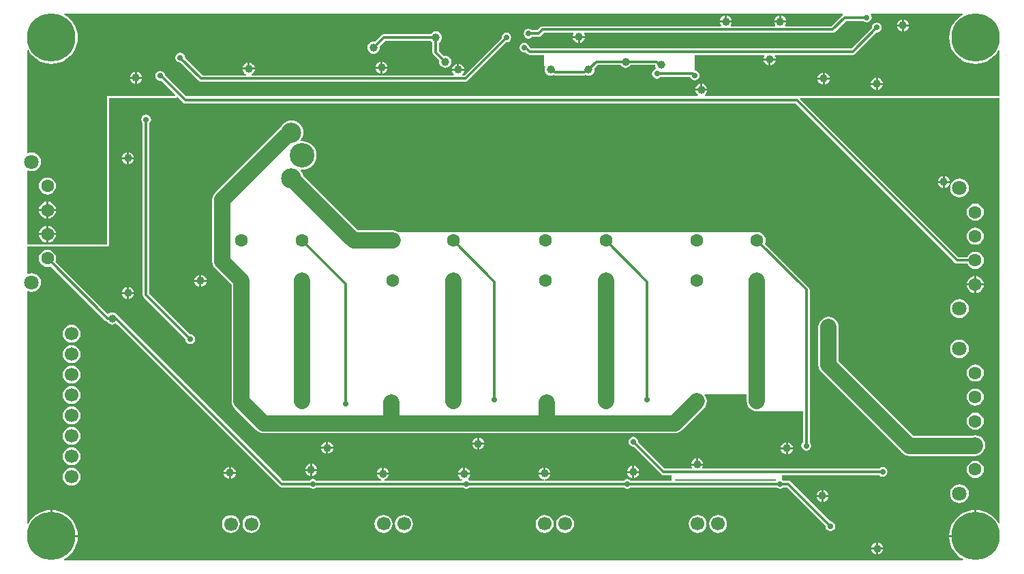
<source format=gbl>
G04*
G04 #@! TF.GenerationSoftware,Altium Limited,Altium Designer,18.1.11 (251)*
G04*
G04 Layer_Physical_Order=2*
G04 Layer_Color=16711680*
%FSLAX25Y25*%
%MOIN*%
G70*
G01*
G75*
%ADD52C,0.07874*%
%ADD53C,0.01181*%
%ADD56C,0.06693*%
%ADD57C,0.09843*%
%ADD58C,0.12008*%
%ADD59C,0.06299*%
%ADD60C,0.04331*%
%ADD61C,0.23622*%
%ADD62C,0.03937*%
%ADD63C,0.02756*%
%ADD64C,0.07087*%
G36*
X461459Y271153D02*
X459966Y270239D01*
X458433Y268929D01*
X457123Y267396D01*
X456070Y265677D01*
X455298Y263814D01*
X454827Y261853D01*
X454669Y259842D01*
X454827Y257832D01*
X455298Y255872D01*
X456070Y254009D01*
X457123Y252289D01*
X458433Y250756D01*
X459966Y249446D01*
X461686Y248393D01*
X463549Y247621D01*
X465509Y247150D01*
X467520Y246992D01*
X469530Y247150D01*
X471491Y247621D01*
X473354Y248393D01*
X475073Y249446D01*
X476607Y250756D01*
X477916Y252289D01*
X478831Y253782D01*
X479331Y253641D01*
Y231299D01*
X335314D01*
X335144Y231799D01*
X335582Y232135D01*
X336057Y232755D01*
X336357Y233477D01*
X336393Y233752D01*
X330536D01*
X330573Y233477D01*
X330872Y232755D01*
X331347Y232135D01*
X331785Y231799D01*
X331615Y231299D01*
X81460D01*
X71249Y241510D01*
X71138Y242070D01*
X70612Y242856D01*
X69826Y243382D01*
X68898Y243566D01*
X67970Y243382D01*
X67183Y242856D01*
X66658Y242070D01*
X66473Y241142D01*
X66658Y240214D01*
X67183Y239427D01*
X67970Y238902D01*
X68898Y238717D01*
X69362Y238810D01*
X76411Y231761D01*
X76220Y231299D01*
X42913D01*
X42913Y158563D01*
X3937D01*
Y194529D01*
X4353Y194807D01*
X4877Y194589D01*
X6063Y194433D01*
X7249Y194589D01*
X8354Y195047D01*
X9303Y195775D01*
X10032Y196724D01*
X10489Y197830D01*
X10645Y199016D01*
X10489Y200202D01*
X10032Y201307D01*
X9303Y202256D01*
X8354Y202984D01*
X7249Y203442D01*
X6063Y203598D01*
X4877Y203442D01*
X4353Y203225D01*
X3937Y203503D01*
Y232965D01*
Y232970D01*
Y253641D01*
X4437Y253782D01*
X5352Y252289D01*
X6661Y250756D01*
X8195Y249446D01*
X9914Y248393D01*
X11777Y247621D01*
X13738Y247150D01*
X15748Y246992D01*
X17758Y247150D01*
X19719Y247621D01*
X21582Y248393D01*
X23301Y249446D01*
X24835Y250756D01*
X26144Y252289D01*
X27198Y254009D01*
X27970Y255872D01*
X28440Y257832D01*
X28599Y259842D01*
X28440Y261853D01*
X27970Y263814D01*
X27198Y265677D01*
X26144Y267396D01*
X24835Y268929D01*
X23301Y270239D01*
X21809Y271153D01*
X21950Y271654D01*
X402663D01*
X402722Y271571D01*
X402598Y270892D01*
X402509Y270832D01*
X397078Y265401D01*
X374643D01*
X374396Y265901D01*
X374640Y266219D01*
X374939Y266942D01*
X374975Y267216D01*
X369119D01*
X369155Y266942D01*
X369454Y266219D01*
X369699Y265901D01*
X369452Y265401D01*
X348068D01*
X347821Y265901D01*
X348065Y266219D01*
X348364Y266942D01*
X348401Y267216D01*
X342544D01*
X342580Y266942D01*
X342880Y266219D01*
X343124Y265901D01*
X342877Y265401D01*
X255906D01*
X255285Y265278D01*
X254759Y264926D01*
X253265Y263433D01*
X250792D01*
X250730Y263525D01*
X249944Y264051D01*
X249016Y264236D01*
X248088Y264051D01*
X247301Y263525D01*
X246776Y262739D01*
X246591Y261811D01*
X246776Y260883D01*
X247301Y260097D01*
X248088Y259571D01*
X249016Y259386D01*
X249944Y259571D01*
X250730Y260097D01*
X250792Y260189D01*
X253937D01*
X254558Y260313D01*
X255084Y260664D01*
X256577Y262158D01*
X270812D01*
X270829Y262122D01*
X271004Y261658D01*
X270730Y260995D01*
X270694Y260720D01*
X276550D01*
X276514Y260995D01*
X276240Y261658D01*
X276415Y262122D01*
X276432Y262158D01*
X397750D01*
X398370Y262281D01*
X398897Y262633D01*
X404327Y268063D01*
X412594D01*
X412656Y267971D01*
X413442Y267445D01*
X414370Y267261D01*
X415298Y267445D01*
X416084Y267971D01*
X416610Y268757D01*
X416795Y269685D01*
X416610Y270613D01*
X416249Y271153D01*
X416516Y271654D01*
X461318D01*
X461459Y271153D01*
D02*
G37*
G36*
X80185Y227987D02*
X80711Y227636D01*
X81332Y227512D01*
X379446D01*
X457321Y149637D01*
X457847Y149286D01*
X458468Y149162D01*
X463594D01*
X463789Y148691D01*
X464454Y147824D01*
X465321Y147159D01*
X466331Y146741D01*
X467414Y146598D01*
X468497Y146741D01*
X469507Y147159D01*
X470373Y147824D01*
X471039Y148691D01*
X471457Y149701D01*
X471599Y150784D01*
X471457Y151867D01*
X471039Y152876D01*
X470373Y153743D01*
X469507Y154409D01*
X468497Y154827D01*
X467414Y154969D01*
X466331Y154827D01*
X465321Y154409D01*
X464454Y153743D01*
X463789Y152876D01*
X463594Y152406D01*
X459140D01*
X381728Y229818D01*
X381919Y230280D01*
X479331D01*
Y21950D01*
X478831Y21809D01*
X477916Y23301D01*
X476607Y24835D01*
X475073Y26144D01*
X473354Y27198D01*
X471491Y27970D01*
X469530Y28440D01*
X468020Y28559D01*
Y15748D01*
X467520D01*
Y15248D01*
X454708D01*
X454827Y13738D01*
X455298Y11777D01*
X456070Y9914D01*
X457123Y8195D01*
X458433Y6661D01*
X459966Y5352D01*
X461459Y4437D01*
X461318Y3937D01*
X21950D01*
X21809Y4437D01*
X23301Y5352D01*
X24835Y6661D01*
X26144Y8195D01*
X27198Y9914D01*
X27970Y11777D01*
X28440Y13738D01*
X28559Y15248D01*
X15748D01*
Y15748D01*
X15248D01*
Y28559D01*
X13738Y28440D01*
X11777Y27970D01*
X9914Y27198D01*
X8195Y26144D01*
X6661Y24835D01*
X5352Y23301D01*
X4437Y21809D01*
X3937Y21950D01*
Y135474D01*
X4353Y135751D01*
X4877Y135534D01*
X6063Y135378D01*
X7249Y135534D01*
X8354Y135992D01*
X9303Y136720D01*
X10032Y137669D01*
X10489Y138775D01*
X10645Y139961D01*
X10489Y141147D01*
X10032Y142252D01*
X9303Y143201D01*
X8354Y143929D01*
X7249Y144387D01*
X6063Y144543D01*
X4877Y144387D01*
X4353Y144170D01*
X3937Y144448D01*
Y157543D01*
X42913D01*
X43304Y157621D01*
X43634Y157842D01*
X43855Y158173D01*
X43933Y158563D01*
X43933Y230280D01*
X76220D01*
X76610Y230357D01*
X76941Y230578D01*
X77563Y230609D01*
X80185Y227987D01*
D02*
G37*
%LPC*%
G36*
X372547Y270645D02*
Y268216D01*
X374975D01*
X374939Y268492D01*
X374640Y269214D01*
X374164Y269834D01*
X373544Y270309D01*
X372822Y270609D01*
X372547Y270645D01*
D02*
G37*
G36*
X371547D02*
X371272Y270609D01*
X370550Y270309D01*
X369930Y269834D01*
X369454Y269214D01*
X369155Y268492D01*
X369119Y268216D01*
X371547D01*
Y270645D01*
D02*
G37*
G36*
X345972D02*
Y268216D01*
X348401D01*
X348364Y268492D01*
X348065Y269214D01*
X347590Y269834D01*
X346970Y270309D01*
X346247Y270609D01*
X345972Y270645D01*
D02*
G37*
G36*
X344972D02*
X344697Y270609D01*
X343975Y270309D01*
X343355Y269834D01*
X342880Y269214D01*
X342580Y268492D01*
X342544Y268216D01*
X344972D01*
Y270645D01*
D02*
G37*
G36*
X432587Y268676D02*
Y266248D01*
X435015D01*
X434979Y266523D01*
X434680Y267245D01*
X434204Y267865D01*
X433584Y268341D01*
X432862Y268640D01*
X432587Y268676D01*
D02*
G37*
G36*
X431587D02*
X431312Y268640D01*
X430589Y268341D01*
X429969Y267865D01*
X429494Y267245D01*
X429194Y266523D01*
X429158Y266248D01*
X431587D01*
Y268676D01*
D02*
G37*
G36*
X435015Y265248D02*
X432587D01*
Y262820D01*
X432862Y262856D01*
X433584Y263155D01*
X434204Y263631D01*
X434680Y264251D01*
X434979Y264973D01*
X435015Y265248D01*
D02*
G37*
G36*
X431587D02*
X429158D01*
X429194Y264973D01*
X429494Y264251D01*
X429969Y263631D01*
X430589Y263155D01*
X431312Y262856D01*
X431587Y262820D01*
Y265248D01*
D02*
G37*
G36*
X419291Y267188D02*
X418364Y267004D01*
X417577Y266478D01*
X417051Y265692D01*
X416867Y264764D01*
X416889Y264654D01*
X406809Y254574D01*
X250114D01*
X249398Y255290D01*
X249287Y255849D01*
X248762Y256636D01*
X247975Y257161D01*
X247047Y257346D01*
X246119Y257161D01*
X245333Y256636D01*
X244807Y255849D01*
X244623Y254921D01*
X244807Y253993D01*
X245333Y253207D01*
X246119Y252681D01*
X247047Y252497D01*
X247512Y252589D01*
X248295Y251806D01*
X248821Y251454D01*
X249442Y251331D01*
X256693D01*
Y246148D01*
X257249Y245592D01*
X256950Y244869D01*
X256848Y244094D01*
X256950Y243320D01*
X257249Y242597D01*
X257725Y241977D01*
X258346Y241501D01*
X259068Y241202D01*
X259842Y241100D01*
X260617Y241202D01*
X261142Y241420D01*
X261149Y241415D01*
X261769Y241292D01*
X276420D01*
X277040Y241415D01*
X277047Y241420D01*
X277572Y241202D01*
X278346Y241100D01*
X279121Y241202D01*
X279843Y241501D01*
X280464Y241977D01*
X280939Y242597D01*
X281239Y243320D01*
X281341Y244094D01*
X281259Y244714D01*
X282955Y246410D01*
X293959D01*
X294339Y245914D01*
X294960Y245439D01*
X295682Y245139D01*
X296457Y245037D01*
X297232Y245139D01*
X297954Y245439D01*
X298574Y245914D01*
X298954Y246410D01*
X310787D01*
X310792Y246405D01*
X310887Y245682D01*
X311187Y244960D01*
X311253Y244872D01*
X311077Y244405D01*
X310883Y244366D01*
X310097Y243840D01*
X309571Y243054D01*
X309386Y242126D01*
X309571Y241198D01*
X310097Y240412D01*
X310883Y239886D01*
X311811Y239701D01*
X312739Y239886D01*
X313525Y240412D01*
X313587Y240504D01*
X328056D01*
X328075Y240411D01*
X328601Y239624D01*
X329387Y239099D01*
X330315Y238914D01*
X331243Y239099D01*
X332029Y239624D01*
X332555Y240411D01*
X332739Y241339D01*
X332555Y242266D01*
X332029Y243053D01*
X331243Y243579D01*
X330315Y243763D01*
X330315Y244238D01*
Y251181D01*
X330377Y251331D01*
X364183D01*
X364429Y250831D01*
X364336Y250710D01*
X364037Y249988D01*
X364001Y249713D01*
X369857D01*
X369821Y249988D01*
X369522Y250710D01*
X369429Y250831D01*
X369675Y251331D01*
X407480D01*
X408101Y251454D01*
X408627Y251806D01*
X419182Y262361D01*
X419291Y262339D01*
X420219Y262524D01*
X421006Y263049D01*
X421531Y263836D01*
X421716Y264764D01*
X421531Y265692D01*
X421006Y266478D01*
X420219Y267004D01*
X419291Y267188D01*
D02*
G37*
G36*
X238189Y262267D02*
X237261Y262083D01*
X236475Y261557D01*
X235949Y260770D01*
X235764Y259842D01*
X235786Y259733D01*
X217439Y241386D01*
X216734D01*
X216564Y241885D01*
X216684Y241977D01*
X217160Y242597D01*
X217459Y243320D01*
X217495Y243595D01*
X211639D01*
X211675Y243320D01*
X211974Y242597D01*
X212450Y241977D01*
X212569Y241885D01*
X212400Y241386D01*
X113540D01*
X113441Y241885D01*
X113702Y241994D01*
X114322Y242470D01*
X114798Y243090D01*
X115097Y243812D01*
X115133Y244087D01*
X109276D01*
X109313Y243812D01*
X109612Y243090D01*
X110088Y242470D01*
X110708Y241994D01*
X110969Y241885D01*
X110869Y241386D01*
X89648D01*
X81143Y249891D01*
X81165Y250000D01*
X80980Y250928D01*
X80455Y251714D01*
X79668Y252240D01*
X78740Y252425D01*
X77812Y252240D01*
X77026Y251714D01*
X76500Y250928D01*
X76316Y250000D01*
X76500Y249072D01*
X77026Y248286D01*
X77812Y247760D01*
X78740Y247575D01*
X78850Y247597D01*
X87830Y238617D01*
X88356Y238265D01*
X88976Y238142D01*
X218110D01*
X218731Y238265D01*
X219257Y238617D01*
X238080Y257440D01*
X238189Y257418D01*
X239117Y257603D01*
X239903Y258128D01*
X240429Y258915D01*
X240614Y259842D01*
X240429Y260770D01*
X239903Y261557D01*
X239117Y262083D01*
X238189Y262267D01*
D02*
G37*
G36*
X276550Y259720D02*
X274122D01*
Y257292D01*
X274397Y257328D01*
X275119Y257628D01*
X275739Y258103D01*
X276215Y258723D01*
X276514Y259446D01*
X276550Y259720D01*
D02*
G37*
G36*
X273122D02*
X270694D01*
X270730Y259446D01*
X271029Y258723D01*
X271505Y258103D01*
X272125Y257628D01*
X272847Y257328D01*
X273122Y257292D01*
Y259720D01*
D02*
G37*
G36*
X369857Y248713D02*
X367429D01*
Y246284D01*
X367704Y246321D01*
X368426Y246620D01*
X369046Y247095D01*
X369522Y247715D01*
X369821Y248438D01*
X369857Y248713D01*
D02*
G37*
G36*
X366429D02*
X364001D01*
X364037Y248438D01*
X364336Y247715D01*
X364812Y247095D01*
X365432Y246620D01*
X366154Y246321D01*
X366429Y246284D01*
Y248713D01*
D02*
G37*
G36*
X177665Y248007D02*
Y245579D01*
X180094D01*
X180057Y245854D01*
X179758Y246576D01*
X179282Y247196D01*
X178662Y247672D01*
X177940Y247971D01*
X177665Y248007D01*
D02*
G37*
G36*
X176665D02*
X176390Y247971D01*
X175668Y247672D01*
X175048Y247196D01*
X174572Y246576D01*
X174273Y245854D01*
X174237Y245579D01*
X176665D01*
Y248007D01*
D02*
G37*
G36*
X112705Y247515D02*
Y245087D01*
X115133D01*
X115097Y245362D01*
X114798Y246084D01*
X114322Y246704D01*
X113702Y247180D01*
X112980Y247479D01*
X112705Y247515D01*
D02*
G37*
G36*
X111705D02*
X111430Y247479D01*
X110708Y247180D01*
X110088Y246704D01*
X109612Y246084D01*
X109313Y245362D01*
X109276Y245087D01*
X111705D01*
Y247515D01*
D02*
G37*
G36*
X203689Y262881D02*
X202914Y262779D01*
X202191Y262480D01*
X201571Y262004D01*
X201191Y261508D01*
X178194D01*
X177573Y261385D01*
X177047Y261034D01*
X173847Y257834D01*
X173228Y257915D01*
X172453Y257813D01*
X171731Y257514D01*
X171111Y257038D01*
X170635Y256418D01*
X170336Y255696D01*
X170234Y254921D01*
X170336Y254146D01*
X170635Y253424D01*
X171111Y252804D01*
X171731Y252328D01*
X172453Y252029D01*
X173228Y251927D01*
X174003Y252029D01*
X174725Y252328D01*
X175346Y252804D01*
X175821Y253424D01*
X176120Y254146D01*
X176223Y254921D01*
X176141Y255540D01*
X178866Y258265D01*
X201191D01*
X201571Y257770D01*
X202067Y257389D01*
Y252611D01*
X202190Y251990D01*
X202542Y251464D01*
X205355Y248651D01*
X205274Y248031D01*
X205376Y247257D01*
X205675Y246534D01*
X206151Y245914D01*
X206771Y245439D01*
X207493Y245139D01*
X208268Y245037D01*
X209043Y245139D01*
X209765Y245439D01*
X210385Y245914D01*
X210861Y246534D01*
X211160Y247257D01*
X211262Y248031D01*
X211160Y248806D01*
X210861Y249529D01*
X210385Y250149D01*
X209765Y250624D01*
X209043Y250924D01*
X208268Y251026D01*
X207648Y250944D01*
X205310Y253282D01*
Y257389D01*
X205806Y257770D01*
X206281Y258390D01*
X206581Y259112D01*
X206683Y259887D01*
X206581Y260662D01*
X206281Y261384D01*
X205806Y262004D01*
X205186Y262480D01*
X204463Y262779D01*
X203689Y262881D01*
D02*
G37*
G36*
X215067Y247023D02*
Y244595D01*
X217495D01*
X217459Y244869D01*
X217160Y245592D01*
X216684Y246212D01*
X216064Y246688D01*
X215342Y246987D01*
X215067Y247023D01*
D02*
G37*
G36*
X214067D02*
X213792Y246987D01*
X213070Y246688D01*
X212450Y246212D01*
X211974Y245592D01*
X211675Y244869D01*
X211639Y244595D01*
X214067D01*
Y247023D01*
D02*
G37*
G36*
X180094Y244579D02*
X177665D01*
Y242150D01*
X177940Y242187D01*
X178662Y242486D01*
X179282Y242962D01*
X179758Y243582D01*
X180057Y244304D01*
X180094Y244579D01*
D02*
G37*
G36*
X176665D02*
X174237D01*
X174273Y244304D01*
X174572Y243582D01*
X175048Y242962D01*
X175668Y242486D01*
X176390Y242187D01*
X176665Y242150D01*
Y244579D01*
D02*
G37*
G36*
X57587Y243086D02*
Y240657D01*
X60015D01*
X59979Y240932D01*
X59680Y241654D01*
X59204Y242275D01*
X58584Y242751D01*
X57862Y243050D01*
X57587Y243086D01*
D02*
G37*
G36*
X56587D02*
X56312Y243050D01*
X55589Y242751D01*
X54969Y242275D01*
X54494Y241654D01*
X54194Y240932D01*
X54158Y240657D01*
X56587D01*
Y243086D01*
D02*
G37*
G36*
X393807Y242692D02*
Y240264D01*
X396235D01*
X396199Y240539D01*
X395900Y241261D01*
X395424Y241881D01*
X394804Y242357D01*
X394082Y242656D01*
X393807Y242692D01*
D02*
G37*
G36*
X392807D02*
X392532Y242656D01*
X391810Y242357D01*
X391190Y241881D01*
X390714Y241261D01*
X390415Y240539D01*
X390379Y240264D01*
X392807D01*
Y242692D01*
D02*
G37*
G36*
X419791Y240133D02*
Y237705D01*
X422220D01*
X422183Y237980D01*
X421884Y238702D01*
X421409Y239322D01*
X420788Y239798D01*
X420066Y240097D01*
X419791Y240133D01*
D02*
G37*
G36*
X418791D02*
X418516Y240097D01*
X417794Y239798D01*
X417174Y239322D01*
X416698Y238702D01*
X416399Y237980D01*
X416363Y237705D01*
X418791D01*
Y240133D01*
D02*
G37*
G36*
X60015Y239657D02*
X57587D01*
Y237229D01*
X57862Y237265D01*
X58584Y237564D01*
X59204Y238040D01*
X59680Y238660D01*
X59979Y239383D01*
X60015Y239657D01*
D02*
G37*
G36*
X56587D02*
X54158D01*
X54194Y239383D01*
X54494Y238660D01*
X54969Y238040D01*
X55589Y237564D01*
X56312Y237265D01*
X56587Y237229D01*
Y239657D01*
D02*
G37*
G36*
X396235Y239264D02*
X393807D01*
Y236836D01*
X394082Y236872D01*
X394804Y237171D01*
X395424Y237647D01*
X395900Y238267D01*
X396199Y238989D01*
X396235Y239264D01*
D02*
G37*
G36*
X392807D02*
X390379D01*
X390415Y238989D01*
X390714Y238267D01*
X391190Y237647D01*
X391810Y237171D01*
X392532Y236872D01*
X392807Y236836D01*
Y239264D01*
D02*
G37*
G36*
X333965Y237180D02*
Y234752D01*
X336393D01*
X336357Y235027D01*
X336057Y235749D01*
X335582Y236369D01*
X334962Y236845D01*
X334240Y237144D01*
X333965Y237180D01*
D02*
G37*
G36*
X332965D02*
X332690Y237144D01*
X331967Y236845D01*
X331347Y236369D01*
X330872Y235749D01*
X330573Y235027D01*
X330536Y234752D01*
X332965D01*
Y237180D01*
D02*
G37*
G36*
X422220Y236705D02*
X419791D01*
Y234276D01*
X420066Y234313D01*
X420788Y234612D01*
X421409Y235088D01*
X421884Y235708D01*
X422183Y236430D01*
X422220Y236705D01*
D02*
G37*
G36*
X418791D02*
X416363D01*
X416399Y236430D01*
X416698Y235708D01*
X417174Y235088D01*
X417794Y234612D01*
X418516Y234313D01*
X418791Y234276D01*
Y236705D01*
D02*
G37*
G36*
X13780Y191390D02*
X12696Y191247D01*
X11687Y190829D01*
X10820Y190164D01*
X10155Y189297D01*
X9737Y188288D01*
X9594Y187205D01*
X9737Y186121D01*
X10155Y185112D01*
X10820Y184245D01*
X11687Y183580D01*
X12696Y183162D01*
X13780Y183019D01*
X14863Y183162D01*
X15872Y183580D01*
X16739Y184245D01*
X17404Y185112D01*
X17822Y186121D01*
X17965Y187205D01*
X17822Y188288D01*
X17404Y189297D01*
X16739Y190164D01*
X15872Y190829D01*
X14863Y191247D01*
X13780Y191390D01*
D02*
G37*
G36*
X14279Y179513D02*
Y175894D01*
X17899D01*
X17822Y176477D01*
X17404Y177486D01*
X16739Y178353D01*
X15872Y179018D01*
X14863Y179437D01*
X14279Y179513D01*
D02*
G37*
G36*
X13280D02*
X12696Y179437D01*
X11687Y179018D01*
X10820Y178353D01*
X10155Y177486D01*
X9737Y176477D01*
X9660Y175894D01*
X13280D01*
Y179513D01*
D02*
G37*
G36*
X17899Y174894D02*
X14279D01*
Y171274D01*
X14863Y171351D01*
X15872Y171769D01*
X16739Y172434D01*
X17404Y173301D01*
X17822Y174310D01*
X17899Y174894D01*
D02*
G37*
G36*
X13280D02*
X9660D01*
X9737Y174310D01*
X10155Y173301D01*
X10820Y172434D01*
X11687Y171769D01*
X12696Y171351D01*
X13280Y171274D01*
Y174894D01*
D02*
G37*
G36*
X14279Y167702D02*
Y164083D01*
X17899D01*
X17822Y164666D01*
X17404Y165675D01*
X16739Y166542D01*
X15872Y167207D01*
X14863Y167625D01*
X14279Y167702D01*
D02*
G37*
G36*
X13280Y167702D02*
X12696Y167625D01*
X11687Y167207D01*
X10820Y166542D01*
X10155Y165675D01*
X9737Y164666D01*
X9660Y164083D01*
X13280D01*
Y167702D01*
D02*
G37*
G36*
Y163083D02*
X9660D01*
X9737Y162499D01*
X10155Y161490D01*
X10820Y160623D01*
X11687Y159958D01*
X12696Y159540D01*
X13280Y159463D01*
Y163083D01*
D02*
G37*
G36*
X17899D02*
X14279D01*
Y159463D01*
X14863Y159540D01*
X15872Y159958D01*
X16739Y160623D01*
X17404Y161490D01*
X17822Y162499D01*
X17899Y163083D01*
D02*
G37*
G36*
X53650Y203716D02*
Y201287D01*
X56078D01*
X56042Y201562D01*
X55743Y202285D01*
X55267Y202905D01*
X54647Y203380D01*
X53925Y203679D01*
X53650Y203716D01*
D02*
G37*
G36*
X52650D02*
X52375Y203679D01*
X51652Y203380D01*
X51033Y202905D01*
X50557Y202285D01*
X50257Y201562D01*
X50221Y201287D01*
X52650D01*
Y203716D01*
D02*
G37*
G36*
X56078Y200287D02*
X53650D01*
Y197859D01*
X53925Y197895D01*
X54647Y198194D01*
X55267Y198670D01*
X55743Y199290D01*
X56042Y200012D01*
X56078Y200287D01*
D02*
G37*
G36*
X52650D02*
X50221D01*
X50257Y200012D01*
X50557Y199290D01*
X51033Y198670D01*
X51652Y198194D01*
X52375Y197895D01*
X52650Y197859D01*
Y200287D01*
D02*
G37*
G36*
X133071Y219336D02*
X131910Y219221D01*
X130794Y218883D01*
X129765Y218333D01*
X128864Y217593D01*
X128124Y216691D01*
X127638Y215782D01*
X95790Y183934D01*
X94999Y182903D01*
X94501Y181702D01*
X94331Y180413D01*
X94331Y180413D01*
Y150295D01*
X94331Y150295D01*
X94501Y149006D01*
X94999Y147806D01*
X95790Y146774D01*
X103780Y138784D01*
Y81791D01*
X103780Y81791D01*
X103950Y80502D01*
X104447Y79302D01*
X105239Y78270D01*
X115967Y67542D01*
X115967Y67542D01*
X116998Y66751D01*
X118199Y66253D01*
X119488Y66083D01*
X119488Y66083D01*
X320472D01*
X320472Y66083D01*
X321761Y66253D01*
X322962Y66751D01*
X323994Y67542D01*
X334722Y78270D01*
X335513Y79302D01*
X336011Y80502D01*
X336180Y81791D01*
X336011Y83080D01*
X335513Y84281D01*
X335066Y84864D01*
X335287Y85312D01*
X355749D01*
Y81791D01*
X355918Y80502D01*
X356416Y79302D01*
X357207Y78270D01*
X358239Y77479D01*
X359439Y76981D01*
X360728Y76812D01*
X362017Y76981D01*
X362433Y77153D01*
X362791Y76812D01*
X362791Y76812D01*
X383221D01*
Y61816D01*
X383128Y61754D01*
X382603Y60967D01*
X382418Y60039D01*
X382603Y59111D01*
X383128Y58325D01*
X383915Y57799D01*
X384842Y57615D01*
X385770Y57799D01*
X386557Y58325D01*
X387083Y59111D01*
X387267Y60039D01*
X387083Y60967D01*
X386557Y61754D01*
X386464Y61816D01*
Y136417D01*
X386341Y137038D01*
X385989Y137564D01*
X364576Y158977D01*
X364771Y159448D01*
X364914Y160531D01*
X364771Y161615D01*
X364353Y162624D01*
X363688Y163491D01*
X362821Y164156D01*
X361812Y164574D01*
X360728Y164717D01*
X286910D01*
X286910Y164717D01*
X286909Y164717D01*
X257382D01*
X257382Y164717D01*
X257382Y164717D01*
X185234D01*
X185069Y164844D01*
X183868Y165341D01*
X182579Y165511D01*
X165547D01*
X138886Y192172D01*
X138568Y193222D01*
X138018Y194251D01*
X137655Y194693D01*
X137910Y195170D01*
X138347Y195127D01*
X139719Y195263D01*
X141040Y195663D01*
X142256Y196314D01*
X143323Y197189D01*
X144198Y198255D01*
X144849Y199472D01*
X145249Y200792D01*
X145384Y202165D01*
X145249Y203538D01*
X144849Y204859D01*
X144198Y206075D01*
X143323Y207142D01*
X142256Y208017D01*
X141040Y208667D01*
X139719Y209068D01*
X138347Y209203D01*
X137910Y209160D01*
X137655Y209637D01*
X138018Y210080D01*
X138568Y211109D01*
X138906Y212225D01*
X139021Y213386D01*
X138906Y214547D01*
X138568Y215663D01*
X138018Y216691D01*
X137278Y217593D01*
X136377Y218333D01*
X135348Y218883D01*
X134232Y219221D01*
X133071Y219336D01*
D02*
G37*
G36*
X452527Y192085D02*
Y189656D01*
X454956D01*
X454919Y189931D01*
X454620Y190653D01*
X454144Y191273D01*
X453524Y191749D01*
X452802Y192048D01*
X452527Y192085D01*
D02*
G37*
G36*
X451527D02*
X451252Y192048D01*
X450530Y191749D01*
X449910Y191273D01*
X449434Y190653D01*
X449135Y189931D01*
X449099Y189656D01*
X451527D01*
Y192085D01*
D02*
G37*
G36*
X454956Y188656D02*
X452527D01*
Y186228D01*
X452802Y186264D01*
X453524Y186563D01*
X454144Y187039D01*
X454620Y187659D01*
X454919Y188381D01*
X454956Y188656D01*
D02*
G37*
G36*
X451527D02*
X449099D01*
X449135Y188381D01*
X449434Y187659D01*
X449910Y187039D01*
X450530Y186563D01*
X451252Y186264D01*
X451527Y186228D01*
Y188656D01*
D02*
G37*
G36*
X459697Y190799D02*
X458511Y190643D01*
X457406Y190185D01*
X456457Y189457D01*
X455729Y188508D01*
X455271Y187403D01*
X455115Y186217D01*
X455271Y185031D01*
X455729Y183926D01*
X456457Y182977D01*
X457406Y182248D01*
X458511Y181790D01*
X459697Y181634D01*
X460883Y181790D01*
X461989Y182248D01*
X462938Y182977D01*
X463666Y183926D01*
X464124Y185031D01*
X464280Y186217D01*
X464124Y187403D01*
X463666Y188508D01*
X462938Y189457D01*
X461989Y190185D01*
X460883Y190643D01*
X459697Y190799D01*
D02*
G37*
G36*
X467414Y178591D02*
X466331Y178449D01*
X465321Y178031D01*
X464454Y177365D01*
X463789Y176499D01*
X463371Y175489D01*
X463229Y174406D01*
X463371Y173323D01*
X463789Y172313D01*
X464454Y171446D01*
X465321Y170781D01*
X466331Y170363D01*
X467414Y170220D01*
X468497Y170363D01*
X469507Y170781D01*
X470373Y171446D01*
X471039Y172313D01*
X471457Y173323D01*
X471599Y174406D01*
X471457Y175489D01*
X471039Y176499D01*
X470373Y177365D01*
X469507Y178031D01*
X468497Y178449D01*
X467414Y178591D01*
D02*
G37*
G36*
Y166780D02*
X466331Y166638D01*
X465321Y166219D01*
X464454Y165554D01*
X463789Y164688D01*
X463371Y163678D01*
X463229Y162595D01*
X463371Y161512D01*
X463789Y160502D01*
X464454Y159635D01*
X465321Y158970D01*
X466331Y158552D01*
X467414Y158409D01*
X468497Y158552D01*
X469507Y158970D01*
X470373Y159635D01*
X471039Y160502D01*
X471457Y161512D01*
X471599Y162595D01*
X471457Y163678D01*
X471039Y164688D01*
X470373Y165554D01*
X469507Y166219D01*
X468497Y166638D01*
X467414Y166780D01*
D02*
G37*
G36*
X89083Y143676D02*
Y141248D01*
X91511D01*
X91475Y141523D01*
X91176Y142245D01*
X90700Y142865D01*
X90080Y143341D01*
X89358Y143640D01*
X89083Y143676D01*
D02*
G37*
G36*
X88083D02*
X87808Y143640D01*
X87086Y143341D01*
X86466Y142865D01*
X85990Y142245D01*
X85691Y141523D01*
X85654Y141248D01*
X88083D01*
Y143676D01*
D02*
G37*
G36*
X467914Y143092D02*
Y139473D01*
X471533D01*
X471457Y140056D01*
X471039Y141066D01*
X470373Y141932D01*
X469507Y142597D01*
X468497Y143016D01*
X467914Y143092D01*
D02*
G37*
G36*
X466914Y143092D02*
X466331Y143016D01*
X465321Y142597D01*
X464454Y141932D01*
X463789Y141066D01*
X463371Y140056D01*
X463294Y139473D01*
X466914D01*
Y143092D01*
D02*
G37*
G36*
X91511Y140248D02*
X89083D01*
Y137820D01*
X89358Y137856D01*
X90080Y138155D01*
X90700Y138631D01*
X91176Y139251D01*
X91475Y139973D01*
X91511Y140248D01*
D02*
G37*
G36*
X88083D02*
X85654D01*
X85691Y139973D01*
X85990Y139251D01*
X86466Y138631D01*
X87086Y138155D01*
X87808Y137856D01*
X88083Y137820D01*
Y140248D01*
D02*
G37*
G36*
X53650Y137771D02*
Y135343D01*
X56078D01*
X56042Y135617D01*
X55743Y136340D01*
X55267Y136960D01*
X54647Y137435D01*
X53925Y137735D01*
X53650Y137771D01*
D02*
G37*
G36*
X52650D02*
X52375Y137735D01*
X51652Y137435D01*
X51033Y136960D01*
X50557Y136340D01*
X50257Y135617D01*
X50221Y135343D01*
X52650D01*
Y137771D01*
D02*
G37*
G36*
X466914Y138473D02*
X463294D01*
X463371Y137890D01*
X463789Y136880D01*
X464454Y136013D01*
X465321Y135348D01*
X466331Y134930D01*
X466914Y134853D01*
Y138473D01*
D02*
G37*
G36*
X471533D02*
X467914D01*
Y134853D01*
X468497Y134930D01*
X469507Y135348D01*
X470373Y136013D01*
X471039Y136880D01*
X471457Y137890D01*
X471533Y138473D01*
D02*
G37*
G36*
X56078Y134343D02*
X53650D01*
Y131914D01*
X53925Y131950D01*
X54647Y132249D01*
X55267Y132725D01*
X55743Y133345D01*
X56042Y134068D01*
X56078Y134343D01*
D02*
G37*
G36*
X52650D02*
X50221D01*
X50257Y134068D01*
X50557Y133345D01*
X51033Y132725D01*
X51652Y132249D01*
X52375Y131950D01*
X52650Y131914D01*
Y134343D01*
D02*
G37*
G36*
X459697Y131744D02*
X458511Y131588D01*
X457406Y131130D01*
X456457Y130402D01*
X455729Y129453D01*
X455271Y128348D01*
X455115Y127162D01*
X455271Y125976D01*
X455729Y124871D01*
X456457Y123922D01*
X457406Y123193D01*
X458511Y122735D01*
X459697Y122579D01*
X460883Y122735D01*
X461989Y123193D01*
X462938Y123922D01*
X463666Y124871D01*
X464124Y125976D01*
X464280Y127162D01*
X464124Y128348D01*
X463666Y129453D01*
X462938Y130402D01*
X461989Y131130D01*
X460883Y131588D01*
X459697Y131744D01*
D02*
G37*
G36*
X25591Y119227D02*
X24456Y119077D01*
X23399Y118639D01*
X22491Y117943D01*
X21794Y117034D01*
X21356Y115977D01*
X21207Y114842D01*
X21356Y113708D01*
X21794Y112651D01*
X22491Y111743D01*
X23399Y111046D01*
X24456Y110608D01*
X25591Y110459D01*
X26725Y110608D01*
X27782Y111046D01*
X28690Y111743D01*
X29387Y112651D01*
X29825Y113708D01*
X29974Y114842D01*
X29825Y115977D01*
X29387Y117034D01*
X28690Y117943D01*
X27782Y118639D01*
X26725Y119077D01*
X25591Y119227D01*
D02*
G37*
G36*
X62008Y222125D02*
X61080Y221941D01*
X60294Y221415D01*
X59768Y220629D01*
X59583Y219701D01*
X59768Y218773D01*
X60294Y217986D01*
X60386Y217924D01*
Y133858D01*
X60510Y133238D01*
X60861Y132712D01*
X81259Y112314D01*
X81237Y112205D01*
X81421Y111277D01*
X81947Y110490D01*
X82734Y109965D01*
X83661Y109780D01*
X84589Y109965D01*
X85376Y110490D01*
X85901Y111277D01*
X86086Y112205D01*
X85901Y113133D01*
X85376Y113919D01*
X84589Y114445D01*
X83661Y114629D01*
X83552Y114608D01*
X63630Y134530D01*
Y217924D01*
X63722Y217986D01*
X64248Y218773D01*
X64432Y219701D01*
X64248Y220629D01*
X63722Y221415D01*
X62936Y221941D01*
X62008Y222125D01*
D02*
G37*
G36*
X459697Y112059D02*
X458511Y111903D01*
X457406Y111445D01*
X456457Y110717D01*
X455729Y109768D01*
X455271Y108663D01*
X455115Y107477D01*
X455271Y106291D01*
X455729Y105185D01*
X456457Y104236D01*
X457406Y103508D01*
X458511Y103050D01*
X459697Y102894D01*
X460883Y103050D01*
X461989Y103508D01*
X462938Y104236D01*
X463666Y105185D01*
X464124Y106291D01*
X464280Y107477D01*
X464124Y108663D01*
X463666Y109768D01*
X462938Y110717D01*
X461989Y111445D01*
X460883Y111903D01*
X459697Y112059D01*
D02*
G37*
G36*
X25591Y109227D02*
X24456Y109077D01*
X23399Y108639D01*
X22491Y107942D01*
X21794Y107035D01*
X21356Y105977D01*
X21207Y104842D01*
X21356Y103708D01*
X21794Y102650D01*
X22491Y101743D01*
X23399Y101046D01*
X24456Y100608D01*
X25591Y100459D01*
X26725Y100608D01*
X27782Y101046D01*
X28690Y101743D01*
X29387Y102650D01*
X29825Y103708D01*
X29974Y104842D01*
X29825Y105977D01*
X29387Y107035D01*
X28690Y107942D01*
X27782Y108639D01*
X26725Y109077D01*
X25591Y109227D01*
D02*
G37*
G36*
X467414Y99851D02*
X466331Y99708D01*
X465321Y99290D01*
X464454Y98625D01*
X463789Y97758D01*
X463371Y96749D01*
X463229Y95666D01*
X463371Y94582D01*
X463789Y93573D01*
X464454Y92706D01*
X465321Y92041D01*
X466331Y91623D01*
X467414Y91480D01*
X468497Y91623D01*
X469507Y92041D01*
X470373Y92706D01*
X471039Y93573D01*
X471457Y94582D01*
X471599Y95666D01*
X471457Y96749D01*
X471039Y97758D01*
X470373Y98625D01*
X469507Y99290D01*
X468497Y99708D01*
X467414Y99851D01*
D02*
G37*
G36*
X25591Y99226D02*
X24456Y99077D01*
X23399Y98639D01*
X22491Y97942D01*
X21794Y97035D01*
X21356Y95977D01*
X21207Y94842D01*
X21356Y93708D01*
X21794Y92651D01*
X22491Y91743D01*
X23399Y91046D01*
X24456Y90608D01*
X25591Y90459D01*
X26725Y90608D01*
X27782Y91046D01*
X28690Y91743D01*
X29387Y92651D01*
X29825Y93708D01*
X29974Y94842D01*
X29825Y95977D01*
X29387Y97035D01*
X28690Y97942D01*
X27782Y98639D01*
X26725Y99077D01*
X25591Y99226D01*
D02*
G37*
G36*
Y89227D02*
X24456Y89077D01*
X23399Y88639D01*
X22491Y87942D01*
X21794Y87034D01*
X21356Y85977D01*
X21207Y84842D01*
X21356Y83708D01*
X21794Y82651D01*
X22491Y81743D01*
X23399Y81046D01*
X24456Y80608D01*
X25591Y80459D01*
X26725Y80608D01*
X27782Y81046D01*
X28690Y81743D01*
X29387Y82651D01*
X29825Y83708D01*
X29974Y84842D01*
X29825Y85977D01*
X29387Y87034D01*
X28690Y87942D01*
X27782Y88639D01*
X26725Y89077D01*
X25591Y89227D01*
D02*
G37*
G36*
X467414Y88040D02*
X466331Y87897D01*
X465321Y87479D01*
X464454Y86814D01*
X463789Y85947D01*
X463371Y84938D01*
X463229Y83855D01*
X463371Y82771D01*
X463789Y81762D01*
X464454Y80895D01*
X465321Y80230D01*
X466331Y79812D01*
X467414Y79669D01*
X468497Y79812D01*
X469507Y80230D01*
X470373Y80895D01*
X471039Y81762D01*
X471457Y82771D01*
X471599Y83855D01*
X471457Y84938D01*
X471039Y85947D01*
X470373Y86814D01*
X469507Y87479D01*
X468497Y87897D01*
X467414Y88040D01*
D02*
G37*
G36*
X25591Y79226D02*
X24456Y79077D01*
X23399Y78639D01*
X22491Y77942D01*
X21794Y77034D01*
X21356Y75977D01*
X21207Y74843D01*
X21356Y73708D01*
X21794Y72650D01*
X22491Y71743D01*
X23399Y71046D01*
X24456Y70608D01*
X25591Y70459D01*
X26725Y70608D01*
X27782Y71046D01*
X28690Y71743D01*
X29387Y72650D01*
X29825Y73708D01*
X29974Y74843D01*
X29825Y75977D01*
X29387Y77034D01*
X28690Y77942D01*
X27782Y78639D01*
X26725Y79077D01*
X25591Y79226D01*
D02*
G37*
G36*
X467414Y76229D02*
X466331Y76086D01*
X465321Y75668D01*
X464454Y75003D01*
X463789Y74136D01*
X463371Y73127D01*
X463229Y72044D01*
X463371Y70960D01*
X463789Y69951D01*
X464454Y69084D01*
X465321Y68419D01*
X466331Y68001D01*
X467414Y67858D01*
X468497Y68001D01*
X469507Y68419D01*
X470373Y69084D01*
X471039Y69951D01*
X471457Y70960D01*
X471599Y72044D01*
X471457Y73127D01*
X471039Y74136D01*
X470373Y75003D01*
X469507Y75668D01*
X468497Y76086D01*
X467414Y76229D01*
D02*
G37*
G36*
X224909Y63952D02*
Y61524D01*
X227338D01*
X227302Y61799D01*
X227002Y62521D01*
X226527Y63141D01*
X225906Y63617D01*
X225184Y63916D01*
X224909Y63952D01*
D02*
G37*
G36*
X223909D02*
X223635Y63916D01*
X222912Y63617D01*
X222292Y63141D01*
X221816Y62521D01*
X221517Y61799D01*
X221481Y61524D01*
X223909D01*
Y63952D01*
D02*
G37*
G36*
X25591Y69226D02*
X24456Y69077D01*
X23399Y68639D01*
X22491Y67942D01*
X21794Y67035D01*
X21356Y65977D01*
X21207Y64842D01*
X21356Y63708D01*
X21794Y62651D01*
X22491Y61743D01*
X23399Y61046D01*
X24456Y60608D01*
X25591Y60459D01*
X26725Y60608D01*
X27782Y61046D01*
X28690Y61743D01*
X29387Y62651D01*
X29825Y63708D01*
X29974Y64842D01*
X29825Y65977D01*
X29387Y67035D01*
X28690Y67942D01*
X27782Y68639D01*
X26725Y69077D01*
X25591Y69226D01*
D02*
G37*
G36*
X151091Y61983D02*
Y59555D01*
X153519D01*
X153483Y59830D01*
X153183Y60552D01*
X152708Y61172D01*
X152088Y61648D01*
X151365Y61947D01*
X151091Y61983D01*
D02*
G37*
G36*
X150091D02*
X149816Y61947D01*
X149093Y61648D01*
X148473Y61172D01*
X147998Y60552D01*
X147698Y59830D01*
X147662Y59555D01*
X150091D01*
Y61983D01*
D02*
G37*
G36*
X375799Y61678D02*
Y59250D01*
X378227D01*
X378191Y59525D01*
X377892Y60247D01*
X377416Y60867D01*
X376796Y61343D01*
X376074Y61642D01*
X375799Y61678D01*
D02*
G37*
G36*
X374799D02*
X374524Y61642D01*
X373802Y61343D01*
X373182Y60867D01*
X372706Y60247D01*
X372407Y59525D01*
X372371Y59250D01*
X374799D01*
Y61678D01*
D02*
G37*
G36*
X227338Y60524D02*
X224909D01*
Y58095D01*
X225184Y58131D01*
X225906Y58431D01*
X226527Y58907D01*
X227002Y59527D01*
X227302Y60249D01*
X227338Y60524D01*
D02*
G37*
G36*
X223909D02*
X221481D01*
X221517Y60249D01*
X221816Y59527D01*
X222292Y58907D01*
X222912Y58431D01*
X223635Y58131D01*
X223909Y58095D01*
Y60524D01*
D02*
G37*
G36*
X153519Y58555D02*
X151091D01*
Y56127D01*
X151365Y56163D01*
X152088Y56462D01*
X152708Y56938D01*
X153183Y57558D01*
X153483Y58280D01*
X153519Y58555D01*
D02*
G37*
G36*
X150091D02*
X147662D01*
X147698Y58280D01*
X147998Y57558D01*
X148473Y56938D01*
X149093Y56462D01*
X149816Y56163D01*
X150091Y56127D01*
Y58555D01*
D02*
G37*
G36*
X378227Y58250D02*
X375799D01*
Y55822D01*
X376074Y55858D01*
X376796Y56157D01*
X377416Y56633D01*
X377892Y57253D01*
X378191Y57975D01*
X378227Y58250D01*
D02*
G37*
G36*
X374799D02*
X372371D01*
X372407Y57975D01*
X372706Y57253D01*
X373182Y56633D01*
X373802Y56157D01*
X374524Y55858D01*
X374799Y55822D01*
Y58250D01*
D02*
G37*
G36*
X395669Y123090D02*
X394380Y122920D01*
X393179Y122423D01*
X392148Y121631D01*
X391357Y120600D01*
X390859Y119399D01*
X390690Y118110D01*
Y99648D01*
X390690Y99648D01*
X390859Y98359D01*
X391357Y97158D01*
X392148Y96127D01*
X431757Y56518D01*
X431757Y56518D01*
X432788Y55727D01*
X433989Y55229D01*
X435278Y55060D01*
X467220D01*
X467221Y55060D01*
X468509Y55229D01*
X469710Y55727D01*
X470742Y56518D01*
X470935Y56712D01*
X471726Y57743D01*
X472224Y58944D01*
X472394Y60233D01*
X472224Y61522D01*
X471726Y62722D01*
X470935Y63754D01*
X469904Y64545D01*
X468703Y65043D01*
X467414Y65212D01*
X466125Y65043D01*
X466068Y65019D01*
X437340D01*
X400649Y101710D01*
Y118110D01*
X400479Y119399D01*
X399982Y120600D01*
X399190Y121631D01*
X398159Y122423D01*
X396958Y122920D01*
X395669Y123090D01*
D02*
G37*
G36*
X331996Y53814D02*
Y51386D01*
X334424D01*
X334388Y51661D01*
X334089Y52383D01*
X333613Y53003D01*
X332993Y53479D01*
X332271Y53778D01*
X331996Y53814D01*
D02*
G37*
G36*
X330996D02*
X330721Y53778D01*
X329999Y53479D01*
X329379Y53003D01*
X328903Y52383D01*
X328604Y51661D01*
X328568Y51386D01*
X330996D01*
Y53814D01*
D02*
G37*
G36*
X25591Y59227D02*
X24456Y59077D01*
X23399Y58639D01*
X22491Y57942D01*
X21794Y57034D01*
X21356Y55977D01*
X21207Y54843D01*
X21356Y53708D01*
X21794Y52650D01*
X22491Y51743D01*
X23399Y51046D01*
X24456Y50608D01*
X25591Y50459D01*
X26725Y50608D01*
X27782Y51046D01*
X28690Y51743D01*
X29387Y52650D01*
X29825Y53708D01*
X29974Y54843D01*
X29825Y55977D01*
X29387Y57034D01*
X28690Y57942D01*
X27782Y58639D01*
X26725Y59077D01*
X25591Y59227D01*
D02*
G37*
G36*
X143224Y51143D02*
Y48715D01*
X145652D01*
X145616Y48990D01*
X145317Y49712D01*
X144841Y50332D01*
X144221Y50808D01*
X143499Y51107D01*
X143224Y51143D01*
D02*
G37*
G36*
X142224D02*
X141949Y51107D01*
X141226Y50808D01*
X140606Y50332D01*
X140131Y49712D01*
X139831Y48990D01*
X139795Y48715D01*
X142224D01*
Y51143D01*
D02*
G37*
G36*
X300704Y50159D02*
Y47731D01*
X303132D01*
X303096Y48006D01*
X302797Y48728D01*
X302321Y49348D01*
X301701Y49824D01*
X300979Y50123D01*
X300704Y50159D01*
D02*
G37*
G36*
X299704D02*
X299429Y50123D01*
X298707Y49824D01*
X298087Y49348D01*
X297611Y48728D01*
X297312Y48006D01*
X297276Y47731D01*
X299704D01*
Y50159D01*
D02*
G37*
G36*
X103461Y49675D02*
Y47246D01*
X105889D01*
X105853Y47521D01*
X105554Y48243D01*
X105078Y48864D01*
X104458Y49339D01*
X103736Y49639D01*
X103461Y49675D01*
D02*
G37*
G36*
X102461D02*
X102186Y49639D01*
X101464Y49339D01*
X100844Y48864D01*
X100368Y48243D01*
X100068Y47521D01*
X100032Y47246D01*
X102461D01*
Y49675D01*
D02*
G37*
G36*
X257299Y49377D02*
Y46949D01*
X259728D01*
X259691Y47224D01*
X259392Y47946D01*
X258916Y48566D01*
X258296Y49042D01*
X257574Y49341D01*
X257299Y49377D01*
D02*
G37*
G36*
X256299D02*
X256024Y49341D01*
X255302Y49042D01*
X254682Y48566D01*
X254206Y47946D01*
X253907Y47224D01*
X253871Y46949D01*
X256299D01*
Y49377D01*
D02*
G37*
G36*
X178264Y49279D02*
Y46850D01*
X180692D01*
X180656Y47125D01*
X180357Y47847D01*
X179881Y48467D01*
X179261Y48943D01*
X178539Y49242D01*
X178264Y49279D01*
D02*
G37*
G36*
X177264D02*
X176989Y49242D01*
X176267Y48943D01*
X175647Y48467D01*
X175171Y47847D01*
X174872Y47125D01*
X174836Y46850D01*
X177264D01*
Y49279D01*
D02*
G37*
G36*
X218027Y49175D02*
Y46746D01*
X220455D01*
X220419Y47021D01*
X220120Y47743D01*
X219644Y48364D01*
X219024Y48839D01*
X218302Y49139D01*
X218027Y49175D01*
D02*
G37*
G36*
X217027D02*
X216752Y49139D01*
X216030Y48839D01*
X215410Y48364D01*
X214934Y47743D01*
X214635Y47021D01*
X214598Y46746D01*
X217027D01*
Y49175D01*
D02*
G37*
G36*
X145652Y47715D02*
X143224D01*
Y45287D01*
X143499Y45323D01*
X144221Y45622D01*
X144841Y46098D01*
X145317Y46718D01*
X145616Y47440D01*
X145652Y47715D01*
D02*
G37*
G36*
X142224D02*
X139795D01*
X139831Y47440D01*
X140131Y46718D01*
X140606Y46098D01*
X141226Y45622D01*
X141949Y45323D01*
X142224Y45287D01*
Y47715D01*
D02*
G37*
G36*
X13780Y155957D02*
X12696Y155815D01*
X11687Y155396D01*
X10820Y154731D01*
X10155Y153864D01*
X9737Y152855D01*
X9594Y151772D01*
X9737Y150688D01*
X10155Y149679D01*
X10820Y148812D01*
X11687Y148147D01*
X12696Y147729D01*
X13780Y147586D01*
X14863Y147729D01*
X15334Y147924D01*
X42062Y121196D01*
X42588Y120844D01*
X42933Y120776D01*
X43355Y120225D01*
X43975Y119749D01*
X44697Y119450D01*
X45472Y119348D01*
X46247Y119450D01*
X46970Y119749D01*
X47350Y120042D01*
X127200Y40192D01*
X127726Y39840D01*
X128347Y39717D01*
X141924D01*
X141986Y39624D01*
X142773Y39099D01*
X143701Y38914D01*
X144629Y39099D01*
X145415Y39624D01*
X145477Y39717D01*
X216728D01*
X216790Y39624D01*
X217576Y39099D01*
X218504Y38914D01*
X219432Y39099D01*
X220218Y39624D01*
X220280Y39717D01*
X295468D01*
X295530Y39624D01*
X296316Y39099D01*
X297244Y38914D01*
X298172Y39099D01*
X298958Y39624D01*
X299020Y39717D01*
X370271D01*
X370333Y39624D01*
X371119Y39099D01*
X372047Y38914D01*
X372975Y39099D01*
X373762Y39624D01*
X373824Y39717D01*
X375312D01*
X394251Y20779D01*
X394229Y20669D01*
X394414Y19741D01*
X394939Y18955D01*
X395726Y18429D01*
X396654Y18245D01*
X397581Y18429D01*
X398368Y18955D01*
X398893Y19741D01*
X399078Y20669D01*
X398893Y21597D01*
X398368Y22384D01*
X397581Y22909D01*
X396654Y23094D01*
X396544Y23072D01*
X377131Y42485D01*
X376605Y42837D01*
X375984Y42960D01*
X373824D01*
X373762Y43053D01*
X372975Y43579D01*
Y45607D01*
X420380D01*
X420431Y45530D01*
X421218Y45004D01*
X422146Y44820D01*
X423073Y45004D01*
X423860Y45530D01*
X424386Y46316D01*
X424570Y47244D01*
X424386Y48172D01*
X423860Y48959D01*
X423073Y49484D01*
X422146Y49669D01*
X421218Y49484D01*
X420431Y48959D01*
X420359Y48850D01*
X334241D01*
X334020Y49299D01*
X334089Y49389D01*
X334388Y50111D01*
X334424Y50386D01*
X328568D01*
X328604Y50111D01*
X328903Y49389D01*
X328972Y49299D01*
X328751Y48850D01*
X315648D01*
X302600Y61898D01*
X302621Y62008D01*
X302437Y62936D01*
X301911Y63722D01*
X301125Y64248D01*
X300197Y64432D01*
X299269Y64248D01*
X298482Y63722D01*
X297957Y62936D01*
X297772Y62008D01*
X297957Y61080D01*
X298482Y60294D01*
X299269Y59768D01*
X300197Y59583D01*
X300306Y59605D01*
X313830Y46082D01*
X314356Y45730D01*
X314976Y45607D01*
X318913D01*
Y42960D01*
X299020D01*
X298958Y43053D01*
X298172Y43579D01*
X297244Y43763D01*
X296316Y43579D01*
X295530Y43053D01*
X295468Y42960D01*
X256874D01*
X256842Y43460D01*
X257574Y43557D01*
X258296Y43856D01*
X258916Y44332D01*
X259392Y44952D01*
X259691Y45674D01*
X259728Y45949D01*
X253871D01*
X253907Y45674D01*
X254206Y44952D01*
X254682Y44332D01*
X255302Y43856D01*
X256024Y43557D01*
X256757Y43460D01*
X256724Y42960D01*
X220280D01*
X220218Y43053D01*
X219601Y43466D01*
X219518Y44032D01*
X219644Y44129D01*
X220120Y44749D01*
X220419Y45472D01*
X220455Y45746D01*
X214598D01*
X214635Y45472D01*
X214934Y44749D01*
X215410Y44129D01*
X216030Y43653D01*
X216496Y43460D01*
X216396Y42960D01*
X178587D01*
X178539Y43458D01*
X179261Y43757D01*
X179881Y44233D01*
X180357Y44853D01*
X180656Y45575D01*
X180692Y45850D01*
X174836D01*
X174872Y45575D01*
X175171Y44853D01*
X175647Y44233D01*
X176267Y43757D01*
X176989Y43458D01*
X176941Y42960D01*
X145477D01*
X145415Y43053D01*
X144629Y43579D01*
X143701Y43763D01*
X142773Y43579D01*
X141986Y43053D01*
X141924Y42960D01*
X129018D01*
X48489Y123489D01*
X48104Y123747D01*
X48065Y123840D01*
X47590Y124460D01*
X46970Y124935D01*
X46247Y125235D01*
X45472Y125337D01*
X44697Y125235D01*
X43975Y124935D01*
X43372Y124473D01*
X17627Y150217D01*
X17822Y150688D01*
X17965Y151772D01*
X17822Y152855D01*
X17404Y153864D01*
X16739Y154731D01*
X15872Y155396D01*
X14863Y155815D01*
X13780Y155957D01*
D02*
G37*
G36*
X303132Y46731D02*
X300704D01*
Y44302D01*
X300979Y44339D01*
X301701Y44638D01*
X302321Y45114D01*
X302797Y45734D01*
X303096Y46456D01*
X303132Y46731D01*
D02*
G37*
G36*
X299704D02*
X297276D01*
X297312Y46456D01*
X297611Y45734D01*
X298087Y45114D01*
X298707Y44638D01*
X299429Y44339D01*
X299704Y44302D01*
Y46731D01*
D02*
G37*
G36*
X467414Y52607D02*
X466331Y52464D01*
X465321Y52046D01*
X464454Y51381D01*
X463789Y50514D01*
X463371Y49505D01*
X463229Y48422D01*
X463371Y47338D01*
X463789Y46329D01*
X464454Y45462D01*
X465321Y44797D01*
X466331Y44379D01*
X467414Y44236D01*
X468497Y44379D01*
X469507Y44797D01*
X470373Y45462D01*
X471039Y46329D01*
X471457Y47338D01*
X471599Y48422D01*
X471457Y49505D01*
X471039Y50514D01*
X470373Y51381D01*
X469507Y52046D01*
X468497Y52464D01*
X467414Y52607D01*
D02*
G37*
G36*
X105889Y46246D02*
X103461D01*
Y43818D01*
X103736Y43854D01*
X104458Y44153D01*
X105078Y44629D01*
X105554Y45249D01*
X105853Y45972D01*
X105889Y46246D01*
D02*
G37*
G36*
X102461D02*
X100032D01*
X100068Y45972D01*
X100368Y45249D01*
X100844Y44629D01*
X101464Y44153D01*
X102186Y43854D01*
X102461Y43818D01*
Y46246D01*
D02*
G37*
G36*
X25591Y49226D02*
X24456Y49077D01*
X23399Y48639D01*
X22491Y47943D01*
X21794Y47034D01*
X21356Y45977D01*
X21207Y44842D01*
X21356Y43708D01*
X21794Y42650D01*
X22491Y41743D01*
X23399Y41046D01*
X24456Y40608D01*
X25591Y40459D01*
X26725Y40608D01*
X27782Y41046D01*
X28690Y41743D01*
X29387Y42650D01*
X29825Y43708D01*
X29974Y44842D01*
X29825Y45977D01*
X29387Y47034D01*
X28690Y47943D01*
X27782Y48639D01*
X26725Y49077D01*
X25591Y49226D01*
D02*
G37*
G36*
X393216Y38361D02*
Y35933D01*
X395645D01*
X395609Y36208D01*
X395309Y36930D01*
X394834Y37550D01*
X394214Y38026D01*
X393492Y38325D01*
X393216Y38361D01*
D02*
G37*
G36*
X392216D02*
X391942Y38325D01*
X391219Y38026D01*
X390599Y37550D01*
X390124Y36930D01*
X389824Y36208D01*
X389788Y35933D01*
X392216D01*
Y38361D01*
D02*
G37*
G36*
X395645Y34933D02*
X393216D01*
Y32505D01*
X393492Y32541D01*
X394214Y32840D01*
X394834Y33316D01*
X395309Y33936D01*
X395609Y34658D01*
X395645Y34933D01*
D02*
G37*
G36*
X392216D02*
X389788D01*
X389824Y34658D01*
X390124Y33936D01*
X390599Y33316D01*
X391219Y32840D01*
X391942Y32541D01*
X392216Y32505D01*
Y34933D01*
D02*
G37*
G36*
X459697Y41193D02*
X458511Y41037D01*
X457406Y40579D01*
X456457Y39851D01*
X455729Y38902D01*
X455271Y37797D01*
X455115Y36611D01*
X455271Y35425D01*
X455729Y34319D01*
X456457Y33370D01*
X457406Y32642D01*
X458511Y32184D01*
X459697Y32028D01*
X460883Y32184D01*
X461989Y32642D01*
X462938Y33370D01*
X463666Y34319D01*
X464124Y35425D01*
X464280Y36611D01*
X464124Y37797D01*
X463666Y38902D01*
X462938Y39851D01*
X461989Y40579D01*
X460883Y41037D01*
X459697Y41193D01*
D02*
G37*
G36*
X341667Y26136D02*
X340532Y25986D01*
X339475Y25549D01*
X338567Y24852D01*
X337870Y23944D01*
X337432Y22887D01*
X337283Y21752D01*
X337432Y20617D01*
X337870Y19560D01*
X338567Y18652D01*
X339475Y17955D01*
X340532Y17517D01*
X341667Y17368D01*
X342802Y17517D01*
X343859Y17955D01*
X344767Y18652D01*
X345464Y19560D01*
X345901Y20617D01*
X346051Y21752D01*
X345901Y22887D01*
X345464Y23944D01*
X344767Y24852D01*
X343859Y25549D01*
X342802Y25986D01*
X341667Y26136D01*
D02*
G37*
G36*
X331667D02*
X330532Y25986D01*
X329475Y25549D01*
X328567Y24852D01*
X327870Y23944D01*
X327432Y22887D01*
X327283Y21752D01*
X327432Y20617D01*
X327870Y19560D01*
X328567Y18652D01*
X329475Y17955D01*
X330532Y17517D01*
X331667Y17368D01*
X332802Y17517D01*
X333859Y17955D01*
X334767Y18652D01*
X335464Y19560D01*
X335901Y20617D01*
X336051Y21752D01*
X335901Y22887D01*
X335464Y23944D01*
X334767Y24852D01*
X333859Y25549D01*
X332802Y25986D01*
X331667Y26136D01*
D02*
G37*
G36*
X266864D02*
X265729Y25986D01*
X264672Y25549D01*
X263764Y24852D01*
X263067Y23944D01*
X262629Y22887D01*
X262480Y21752D01*
X262629Y20617D01*
X263067Y19560D01*
X263764Y18652D01*
X264672Y17955D01*
X265729Y17517D01*
X266864Y17368D01*
X267998Y17517D01*
X269056Y17955D01*
X269964Y18652D01*
X270660Y19560D01*
X271098Y20617D01*
X271248Y21752D01*
X271098Y22887D01*
X270660Y23944D01*
X269964Y24852D01*
X269056Y25549D01*
X267998Y25986D01*
X266864Y26136D01*
D02*
G37*
G36*
X256864D02*
X255729Y25986D01*
X254672Y25549D01*
X253764Y24852D01*
X253067Y23944D01*
X252629Y22887D01*
X252480Y21752D01*
X252629Y20617D01*
X253067Y19560D01*
X253764Y18652D01*
X254672Y17955D01*
X255729Y17517D01*
X256864Y17368D01*
X257998Y17517D01*
X259056Y17955D01*
X259964Y18652D01*
X260660Y19560D01*
X261098Y20617D01*
X261248Y21752D01*
X261098Y22887D01*
X260660Y23944D01*
X259964Y24852D01*
X259056Y25549D01*
X257998Y25986D01*
X256864Y26136D01*
D02*
G37*
G36*
X188124D02*
X186989Y25986D01*
X185932Y25549D01*
X185024Y24852D01*
X184327Y23944D01*
X183889Y22887D01*
X183740Y21752D01*
X183889Y20617D01*
X184327Y19560D01*
X185024Y18652D01*
X185932Y17955D01*
X186989Y17517D01*
X188124Y17368D01*
X189258Y17517D01*
X190316Y17955D01*
X191224Y18652D01*
X191920Y19560D01*
X192358Y20617D01*
X192508Y21752D01*
X192358Y22887D01*
X191920Y23944D01*
X191224Y24852D01*
X190316Y25549D01*
X189258Y25986D01*
X188124Y26136D01*
D02*
G37*
G36*
X178124D02*
X176989Y25986D01*
X175932Y25549D01*
X175024Y24852D01*
X174327Y23944D01*
X173889Y22887D01*
X173740Y21752D01*
X173889Y20617D01*
X174327Y19560D01*
X175024Y18652D01*
X175932Y17955D01*
X176989Y17517D01*
X178124Y17368D01*
X179258Y17517D01*
X180316Y17955D01*
X181224Y18652D01*
X181920Y19560D01*
X182358Y20617D01*
X182508Y21752D01*
X182358Y22887D01*
X181920Y23944D01*
X181224Y24852D01*
X180316Y25549D01*
X179258Y25986D01*
X178124Y26136D01*
D02*
G37*
G36*
X113517Y26037D02*
X112383Y25888D01*
X111325Y25450D01*
X110417Y24754D01*
X109721Y23845D01*
X109283Y22788D01*
X109133Y21654D01*
X109283Y20519D01*
X109721Y19462D01*
X110417Y18554D01*
X111325Y17857D01*
X112383Y17419D01*
X113517Y17270D01*
X114652Y17419D01*
X115709Y17857D01*
X116617Y18554D01*
X117314Y19462D01*
X117752Y20519D01*
X117901Y21654D01*
X117752Y22788D01*
X117314Y23845D01*
X116617Y24754D01*
X115709Y25450D01*
X114652Y25888D01*
X113517Y26037D01*
D02*
G37*
G36*
X103517D02*
X102383Y25888D01*
X101325Y25450D01*
X100417Y24754D01*
X99721Y23845D01*
X99283Y22788D01*
X99133Y21654D01*
X99283Y20519D01*
X99721Y19462D01*
X100417Y18554D01*
X101325Y17857D01*
X102383Y17419D01*
X103517Y17270D01*
X104652Y17419D01*
X105709Y17857D01*
X106617Y18554D01*
X107314Y19462D01*
X107752Y20519D01*
X107901Y21654D01*
X107752Y22788D01*
X107314Y23845D01*
X106617Y24754D01*
X105709Y25450D01*
X104652Y25888D01*
X103517Y26037D01*
D02*
G37*
G36*
X467020Y28559D02*
X465509Y28440D01*
X463549Y27970D01*
X461686Y27198D01*
X459966Y26144D01*
X458433Y24835D01*
X457123Y23301D01*
X456070Y21582D01*
X455298Y19719D01*
X454827Y17758D01*
X454708Y16248D01*
X467020D01*
Y28559D01*
D02*
G37*
G36*
X16248D02*
Y16248D01*
X28559D01*
X28440Y17758D01*
X27970Y19719D01*
X27198Y21582D01*
X26144Y23301D01*
X24835Y24835D01*
X23301Y26144D01*
X21582Y27198D01*
X19719Y27970D01*
X17758Y28440D01*
X16248Y28559D01*
D02*
G37*
G36*
X419996Y12664D02*
Y10236D01*
X422424D01*
X422388Y10511D01*
X422089Y11233D01*
X421613Y11853D01*
X420993Y12329D01*
X420271Y12628D01*
X419996Y12664D01*
D02*
G37*
G36*
X418996D02*
X418721Y12628D01*
X417999Y12329D01*
X417379Y11853D01*
X416903Y11233D01*
X416604Y10511D01*
X416568Y10236D01*
X418996D01*
Y12664D01*
D02*
G37*
G36*
X422424Y9236D02*
X419996D01*
Y6808D01*
X420271Y6844D01*
X420993Y7143D01*
X421613Y7619D01*
X422089Y8239D01*
X422388Y8961D01*
X422424Y9236D01*
D02*
G37*
G36*
X418996D02*
X416568D01*
X416604Y8961D01*
X416903Y8239D01*
X417379Y7619D01*
X417999Y7143D01*
X418721Y6844D01*
X418996Y6808D01*
Y9236D01*
D02*
G37*
%LPD*%
G36*
X370014Y43079D02*
X369923Y42960D01*
X320853D01*
X320589Y43460D01*
X320670Y43579D01*
X369767D01*
X370014Y43079D01*
D02*
G37*
D52*
X435278Y60039D02*
X467221D01*
X395669Y99648D02*
X435278Y60039D01*
X395669Y99648D02*
Y118110D01*
X467221Y60039D02*
X467414Y60233D01*
X133071Y190945D02*
X163484Y160531D01*
X182579D01*
X99311Y150295D02*
Y180413D01*
X132694Y213009D02*
X133071Y213386D01*
X131907Y213009D02*
X132694D01*
X99311Y180413D02*
X131907Y213009D01*
X257874Y71063D02*
X267126D01*
X182087D02*
X257874D01*
Y81299D01*
X119488Y71063D02*
X182087D01*
Y81299D01*
X320472Y71063D02*
X331201Y81791D01*
X267126Y71063D02*
X320472D01*
X108760Y81791D02*
X119488Y71063D01*
X286910Y81791D02*
Y140847D01*
X360728Y81791D02*
Y140847D01*
X212106Y81791D02*
Y140847D01*
X108760Y81791D02*
Y140847D01*
X138287Y81791D02*
Y140847D01*
X99311Y150295D02*
X108760Y140847D01*
D53*
X45472Y122343D02*
X47343D01*
X128347Y41339D01*
X13780Y151772D02*
X43209Y122343D01*
X45472D01*
X314976Y47228D02*
X422130D01*
X422146Y47244D01*
X300197Y62008D02*
X314976Y47228D01*
X384842Y60039D02*
Y136417D01*
X372047Y41339D02*
X375984D01*
X396654Y20669D01*
X458468Y150784D02*
X467414D01*
X81332Y229134D02*
X380118D01*
X458468Y150784D01*
X69324Y241142D02*
X81332Y229134D01*
X360728Y160531D02*
X384842Y136417D01*
X307087Y82677D02*
Y140354D01*
X286910Y160531D02*
X307087Y140354D01*
X232283Y82677D02*
Y140354D01*
X212106Y160531D02*
X232283Y140354D01*
X159449Y80709D02*
Y139370D01*
X138287Y160531D02*
X159449Y139370D01*
X62008Y133858D02*
Y219701D01*
X278346Y244094D02*
X282283Y248031D01*
X311459D01*
X277601Y244094D02*
X278346D01*
X203689Y252611D02*
X208268Y248031D01*
X203689Y252611D02*
Y259887D01*
X78740Y250000D02*
X88976Y239764D01*
X218110D02*
X238189Y259842D01*
X88976Y239764D02*
X218110D01*
X311811Y242126D02*
X329101D01*
X329889Y241339D01*
X330315D01*
X311459Y248031D02*
X313034Y246457D01*
X313779D01*
X247473Y254921D02*
X249442Y252953D01*
X247047Y254921D02*
X247473D01*
X407480Y252953D02*
X419291Y264764D01*
X249442Y252953D02*
X407480D01*
X178194Y259887D02*
X203689D01*
X173228Y254921D02*
X178194Y259887D01*
X276420Y242913D02*
X277601Y244094D01*
X261769Y242913D02*
X276420D01*
X260588Y244094D02*
X261769Y242913D01*
X259842Y244094D02*
X260588D01*
X68898Y241142D02*
X69324D01*
X62008Y133858D02*
X83661Y112205D01*
X249016Y261811D02*
X253937D01*
X255906Y263779D02*
X397750D01*
X253937Y261811D02*
X255906Y263779D01*
X397750D02*
X403655Y269685D01*
X414370D01*
X257382Y81791D02*
X257874Y81299D01*
X182087Y81299D02*
X182579Y81791D01*
X267126Y71063D02*
X267618Y71555D01*
X297244Y41339D02*
X372047D01*
X218504D02*
X297244D01*
X143701D02*
X218504D01*
X128347D02*
X143701D01*
D56*
X103517Y21654D02*
D03*
X113517D02*
D03*
X178124Y21752D02*
D03*
X188124D02*
D03*
X256864D02*
D03*
X266864D02*
D03*
X331667D02*
D03*
X341667D02*
D03*
X25591Y114842D02*
D03*
Y104842D02*
D03*
Y94842D02*
D03*
Y84842D02*
D03*
Y74843D02*
D03*
Y64842D02*
D03*
Y54843D02*
D03*
Y44842D02*
D03*
D57*
X133071Y213386D02*
D03*
Y190945D02*
D03*
D58*
X138347Y202165D02*
D03*
D59*
X13780Y187205D02*
D03*
Y175394D02*
D03*
Y163583D02*
D03*
Y151772D02*
D03*
X467414Y174406D02*
D03*
Y162595D02*
D03*
Y150784D02*
D03*
Y138973D02*
D03*
X331201Y140847D02*
D03*
Y160531D02*
D03*
X360728D02*
D03*
Y140847D02*
D03*
X257382Y140847D02*
D03*
Y160531D02*
D03*
X286910D02*
D03*
Y140847D02*
D03*
X182579Y140847D02*
D03*
Y160531D02*
D03*
X212106D02*
D03*
Y140847D02*
D03*
X108760D02*
D03*
Y160531D02*
D03*
X138287D02*
D03*
Y140847D02*
D03*
X467414Y60233D02*
D03*
Y72044D02*
D03*
Y83855D02*
D03*
Y95666D02*
D03*
Y48422D02*
D03*
D60*
X360728Y81791D02*
D03*
X331201D02*
D03*
X286910Y81791D02*
D03*
X257382D02*
D03*
X212106Y81791D02*
D03*
X182579D02*
D03*
X138287D02*
D03*
X108760D02*
D03*
D61*
X467520Y15748D02*
D03*
X15748Y259842D02*
D03*
X467520D02*
D03*
X15748Y15748D02*
D03*
D62*
X45472Y122343D02*
D03*
X419496Y9736D02*
D03*
X393307Y239764D02*
D03*
X395669Y118110D02*
D03*
X452027Y189156D02*
D03*
X208268Y248031D02*
D03*
X214567Y244094D02*
D03*
X177165Y245079D02*
D03*
X112205Y244587D02*
D03*
X296457Y248031D02*
D03*
X313779Y246457D02*
D03*
X366929Y249213D02*
D03*
X333465Y234252D02*
D03*
X278346Y244094D02*
D03*
X259842D02*
D03*
X53150Y200787D02*
D03*
X375299Y58750D02*
D03*
X150591Y59055D02*
D03*
X372047Y267717D02*
D03*
X345472D02*
D03*
X273622Y260221D02*
D03*
X419291Y237205D02*
D03*
X432087Y265748D02*
D03*
X203689Y259887D02*
D03*
X173228Y254921D02*
D03*
X57087Y240158D02*
D03*
X392717Y35433D02*
D03*
X331496Y50886D02*
D03*
X300204Y47231D02*
D03*
X256799Y46449D02*
D03*
X217527Y46246D02*
D03*
X224410Y61024D02*
D03*
X177764Y46350D02*
D03*
X142724Y48215D02*
D03*
X102961Y46746D02*
D03*
X53150Y134843D02*
D03*
X88583Y140748D02*
D03*
D63*
X422146Y47244D02*
D03*
X384842Y60039D02*
D03*
X396654Y20669D02*
D03*
X62008Y219701D02*
D03*
X311811Y242126D02*
D03*
X330315Y241339D02*
D03*
X300197Y62008D02*
D03*
X83661Y112205D02*
D03*
X249016Y261811D02*
D03*
X238189Y259842D02*
D03*
X414370Y269685D02*
D03*
X68898Y241142D02*
D03*
X78740Y250000D02*
D03*
X419291Y264764D02*
D03*
X247047Y254921D02*
D03*
X372047Y41339D02*
D03*
X297244D02*
D03*
X307087Y82677D02*
D03*
X218504Y41339D02*
D03*
X232283Y82677D02*
D03*
X143701Y41339D02*
D03*
X159449Y80709D02*
D03*
D64*
X6063Y199016D02*
D03*
Y139961D02*
D03*
X459697Y186217D02*
D03*
Y127162D02*
D03*
X459697Y36611D02*
D03*
Y107477D02*
D03*
M02*

</source>
